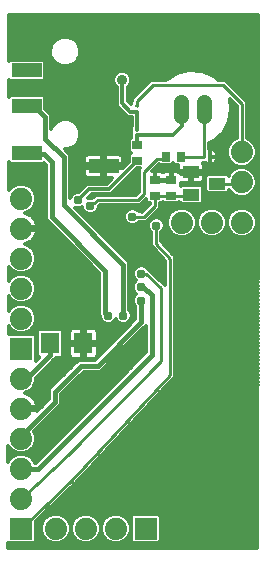
<source format=gbl>
G75*
%MOIN*%
%OFA0B0*%
%FSLAX24Y24*%
%IPPOS*%
%LPD*%
%AMOC8*
5,1,8,0,0,1.08239X$1,22.5*
%
%ADD10R,0.0276X0.0354*%
%ADD11R,0.0354X0.0276*%
%ADD12C,0.0512*%
%ADD13R,0.0169X0.0110*%
%ADD14R,0.0110X0.0169*%
%ADD15R,0.0551X0.0394*%
%ADD16C,0.0740*%
%ADD17R,0.0740X0.0740*%
%ADD18R,0.0630X0.0709*%
%ADD19R,0.0984X0.0472*%
%ADD20C,0.0310*%
%ADD21C,0.0160*%
%ADD22C,0.0060*%
%ADD23C,0.0100*%
%ADD24C,0.0090*%
%ADD25C,0.0120*%
%ADD26C,0.0357*%
D10*
X007796Y015193D03*
X008308Y015193D03*
D11*
X007982Y014399D03*
X007982Y013887D03*
X007432Y013887D03*
X007432Y014399D03*
X006852Y015057D03*
X006852Y015569D03*
D12*
X008308Y016557D02*
X008308Y017029D01*
X009056Y017029D02*
X009056Y016557D01*
D13*
X006832Y016693D03*
X006832Y016894D03*
X006852Y016104D03*
X006852Y015903D03*
D14*
X009082Y015193D03*
X009282Y015193D03*
D15*
X009515Y014293D03*
X008649Y013919D03*
X008649Y014667D03*
D16*
X008332Y012993D03*
X009332Y012993D03*
X010332Y012993D03*
X010332Y014343D03*
X010332Y015343D03*
X002982Y013793D03*
X002982Y012793D03*
X002982Y011793D03*
X002982Y010793D03*
X002982Y009793D03*
X002982Y007793D03*
X002982Y006793D03*
X002982Y005793D03*
X002982Y004793D03*
X002982Y003793D03*
X004132Y002793D03*
X005132Y002793D03*
X006132Y002793D03*
D17*
X007132Y002793D03*
X002982Y002793D03*
X002982Y008793D03*
D18*
X003951Y008963D03*
X005053Y008963D03*
D19*
X005722Y014874D03*
X003163Y015308D03*
X003163Y016882D03*
X003163Y018063D03*
D20*
X004882Y013743D03*
X005282Y013543D03*
X006682Y013193D03*
X007482Y012893D03*
X006982Y011293D03*
X006982Y010843D03*
X006982Y010393D03*
X006382Y009893D03*
X005882Y009893D03*
X008302Y010573D03*
D21*
X007332Y010563D02*
X007042Y010853D01*
X007002Y010853D01*
X006992Y010843D01*
X007332Y010563D02*
X007332Y008583D01*
X003542Y004793D01*
X002972Y004793D01*
X003002Y005773D02*
X003002Y005923D01*
X004102Y007023D01*
X004102Y007353D01*
X004972Y008223D01*
X005522Y008223D01*
X006972Y009673D01*
X006982Y009663D02*
X006982Y010383D01*
X006382Y009893D02*
X006382Y011593D01*
X004412Y013563D01*
X004412Y015173D01*
X003772Y015793D01*
X003772Y016503D01*
X003422Y016853D01*
X003552Y015263D02*
X003732Y015263D01*
X003992Y015003D01*
X003992Y013183D01*
X005782Y011393D01*
X005782Y009983D01*
X005872Y009893D01*
X003942Y008833D02*
X003942Y008573D01*
X003142Y007773D01*
X003032Y007773D01*
D22*
X007782Y013893D02*
X008282Y013893D01*
X008282Y016393D02*
X008308Y016793D01*
X003282Y016893D02*
X003163Y016882D01*
D23*
X005532Y013743D02*
X005282Y013543D01*
X006682Y013193D02*
X006932Y013193D01*
X007432Y013887D02*
X007438Y013893D01*
X007782Y013893D01*
X007982Y013893D01*
X007982Y013887D02*
X007988Y013893D01*
X008282Y013893D01*
X008382Y013893D01*
X008408Y013919D01*
X008649Y013919D01*
X008308Y015193D02*
X009082Y015193D01*
X009082Y015203D02*
X009082Y016493D01*
X009712Y017563D02*
X010332Y016943D01*
X010332Y016243D01*
X010332Y015643D02*
X010332Y015343D01*
X009712Y017563D02*
X007362Y017563D01*
X006832Y017034D01*
X006832Y016894D01*
X007796Y015193D02*
X007706Y015103D01*
X007502Y015103D01*
X007082Y014693D01*
X007482Y012293D02*
X007942Y011783D01*
X007942Y007923D01*
X004632Y004393D01*
X002982Y002793D01*
X002982Y003793D02*
X004582Y005293D01*
X007622Y008373D01*
X007622Y010823D01*
X007132Y011293D01*
X006982Y011293D01*
X006982Y010843D02*
X006992Y010843D01*
D24*
X007482Y012293D02*
X007482Y012893D01*
X007082Y013193D02*
X007432Y013543D01*
X007432Y013887D01*
X007082Y013943D02*
X007082Y014693D01*
X007082Y013943D02*
X006882Y013743D01*
X005532Y013743D01*
X006932Y013193D02*
X007082Y013193D01*
X006832Y016894D02*
X006832Y016894D01*
X009515Y014293D02*
X010282Y014293D01*
X010332Y014343D01*
X010332Y015643D02*
X010332Y016243D01*
D25*
X002543Y002323D02*
X002543Y002153D01*
X010843Y002153D01*
X010882Y019913D01*
X002581Y019909D01*
X002578Y018377D01*
X002621Y018420D01*
X003704Y018420D01*
X003775Y018349D01*
X003775Y017778D01*
X003704Y017707D01*
X002621Y017707D01*
X002577Y017751D01*
X002576Y017193D01*
X002621Y017239D01*
X003704Y017239D01*
X003775Y017168D01*
X003775Y016784D01*
X003972Y016586D01*
X003972Y016099D01*
X004021Y016219D01*
X004161Y016358D01*
X004343Y016434D01*
X004541Y016434D01*
X004723Y016358D01*
X004863Y016219D01*
X004938Y016036D01*
X004938Y015839D01*
X004863Y015656D01*
X004723Y015517D01*
X004541Y015441D01*
X004423Y015441D01*
X004493Y015373D01*
X004495Y015373D01*
X004552Y015316D01*
X004611Y015259D01*
X004611Y015257D01*
X004612Y015256D01*
X004612Y015175D01*
X004613Y015094D01*
X004612Y015092D01*
X004612Y013810D01*
X004649Y013899D01*
X004726Y013976D01*
X004827Y014018D01*
X004902Y014018D01*
X005072Y014188D01*
X005177Y014293D01*
X005833Y014293D01*
X006018Y014478D01*
X005780Y014478D01*
X005780Y014816D01*
X005663Y014816D01*
X005069Y014816D01*
X005069Y014617D01*
X005080Y014577D01*
X005101Y014540D01*
X005131Y014510D01*
X005168Y014489D01*
X005208Y014478D01*
X005663Y014478D01*
X005663Y014816D01*
X005663Y014933D01*
X005069Y014933D01*
X005069Y015132D01*
X005080Y015172D01*
X005101Y015209D01*
X005131Y015239D01*
X005168Y015260D01*
X005208Y015271D01*
X005663Y015271D01*
X005663Y014933D01*
X005780Y014933D01*
X005780Y015271D01*
X006235Y015271D01*
X006275Y015260D01*
X006312Y015239D01*
X006342Y015209D01*
X006363Y015172D01*
X006374Y015132D01*
X006374Y014933D01*
X005780Y014933D01*
X005780Y014816D01*
X006356Y014816D01*
X006555Y015015D01*
X006555Y015245D01*
X006623Y015313D01*
X006555Y015382D01*
X006555Y015757D01*
X006625Y015827D01*
X006647Y015827D01*
X006647Y016209D01*
X006672Y016233D01*
X006672Y016513D01*
X006537Y016513D01*
X006432Y016619D01*
X006162Y016889D01*
X006162Y017501D01*
X006089Y017574D01*
X006044Y017684D01*
X006044Y017803D01*
X006089Y017912D01*
X006173Y017996D01*
X006283Y018042D01*
X006401Y018042D01*
X006511Y017996D01*
X006595Y017912D01*
X006640Y017803D01*
X006640Y017684D01*
X006595Y017574D01*
X006522Y017501D01*
X006522Y017038D01*
X006627Y016933D01*
X006627Y016999D01*
X006662Y017034D01*
X006662Y017104D01*
X007192Y017634D01*
X007192Y017634D01*
X007292Y017733D01*
X007789Y017733D01*
X007801Y017750D01*
X007801Y017750D01*
X007801Y017750D01*
X008160Y017984D01*
X008160Y017984D01*
X008575Y018089D01*
X008575Y018089D01*
X009001Y018054D01*
X009001Y018054D01*
X009393Y017882D01*
X009393Y017882D01*
X009554Y017733D01*
X009782Y017733D01*
X010402Y017113D01*
X010502Y017014D01*
X010502Y016173D01*
X010497Y016168D01*
X010497Y015805D01*
X010610Y015759D01*
X010747Y015621D01*
X010822Y015441D01*
X010822Y015246D01*
X010747Y015066D01*
X010610Y014928D01*
X010430Y014853D01*
X010235Y014853D01*
X010054Y014928D01*
X009917Y015066D01*
X009842Y015246D01*
X009842Y015441D01*
X009917Y015621D01*
X010054Y015759D01*
X010167Y015805D01*
X010167Y016168D01*
X010162Y016173D01*
X010162Y016873D01*
X009930Y017105D01*
X009982Y016793D01*
X009912Y016371D01*
X009912Y016371D01*
X009708Y015995D01*
X009708Y015995D01*
X009393Y015705D01*
X009393Y015705D01*
X009252Y015643D01*
X009252Y015438D01*
X009282Y015438D01*
X009282Y015193D01*
X009282Y015193D01*
X009282Y014949D01*
X009206Y014949D01*
X009166Y014960D01*
X009129Y014981D01*
X009121Y014989D01*
X009026Y014989D01*
X009053Y014962D01*
X009074Y014926D01*
X009085Y014885D01*
X009085Y014706D01*
X008687Y014706D01*
X008687Y014629D01*
X008687Y014310D01*
X008946Y014310D01*
X008986Y014321D01*
X009023Y014342D01*
X009053Y014372D01*
X009074Y014409D01*
X009085Y014449D01*
X009085Y014629D01*
X008687Y014629D01*
X008611Y014629D01*
X008611Y014310D01*
X008352Y014310D01*
X008319Y014319D01*
X008319Y014240D01*
X008316Y014228D01*
X008324Y014236D01*
X008974Y014236D01*
X009045Y014166D01*
X009045Y013673D01*
X008974Y013602D01*
X008324Y013602D01*
X008253Y013673D01*
X008253Y013674D01*
X008209Y013630D01*
X007755Y013630D01*
X007707Y013678D01*
X007659Y013630D01*
X007597Y013630D01*
X007597Y013475D01*
X007500Y013378D01*
X007150Y013028D01*
X007007Y013028D01*
X007002Y013023D01*
X006901Y013023D01*
X006838Y012960D01*
X006737Y012918D01*
X006627Y012918D01*
X006526Y012960D01*
X006449Y013038D01*
X006407Y013139D01*
X005119Y013139D01*
X005237Y013021D02*
X006466Y013021D01*
X006407Y013139D02*
X006407Y013248D01*
X006449Y013349D01*
X006526Y013426D01*
X006627Y013468D01*
X006737Y013468D01*
X006838Y013426D01*
X006901Y013363D01*
X007002Y013363D01*
X007007Y013358D01*
X007014Y013358D01*
X007267Y013612D01*
X007267Y013630D01*
X007205Y013630D01*
X007135Y013700D01*
X007135Y013763D01*
X006950Y013578D01*
X005598Y013578D01*
X005557Y013546D01*
X005557Y013489D01*
X005515Y013388D01*
X005438Y013310D01*
X005337Y013268D01*
X005227Y013268D01*
X005126Y013310D01*
X005049Y013388D01*
X005007Y013489D01*
X005007Y013497D01*
X004937Y013468D01*
X004827Y013468D01*
X004763Y013495D01*
X006582Y011676D01*
X006582Y010082D01*
X006615Y010049D01*
X006657Y009948D01*
X006657Y009839D01*
X006615Y009738D01*
X006538Y009660D01*
X006437Y009618D01*
X006327Y009618D01*
X006226Y009660D01*
X006149Y009738D01*
X006132Y009778D01*
X006115Y009738D01*
X006038Y009660D01*
X005937Y009618D01*
X005827Y009618D01*
X005726Y009660D01*
X005649Y009738D01*
X005607Y009839D01*
X005607Y009875D01*
X005582Y009900D01*
X005582Y011310D01*
X003792Y013100D01*
X003792Y014920D01*
X003733Y014980D01*
X003704Y014951D01*
X002621Y014951D01*
X002571Y015001D01*
X002569Y014073D01*
X002704Y014209D01*
X002885Y014283D01*
X003080Y014283D01*
X003260Y014209D01*
X003397Y014071D01*
X003472Y013891D01*
X003472Y013696D01*
X003397Y013516D01*
X003260Y013378D01*
X003099Y013311D01*
X003106Y013310D01*
X003185Y013284D01*
X003260Y013247D01*
X003327Y013198D01*
X003386Y013139D01*
X003435Y013071D01*
X003473Y012997D01*
X003499Y012917D01*
X003512Y012835D01*
X003512Y012833D01*
X003022Y012833D01*
X003022Y012753D01*
X003512Y012753D01*
X003512Y012752D01*
X003499Y012669D01*
X003473Y012590D01*
X003435Y012516D01*
X003386Y012448D01*
X003327Y012389D01*
X003260Y012340D01*
X003185Y012302D01*
X003106Y012276D01*
X003099Y012275D01*
X003260Y012209D01*
X003397Y012071D01*
X003472Y011891D01*
X003472Y011696D01*
X003397Y011516D01*
X003260Y011378D01*
X003080Y011303D01*
X002885Y011303D01*
X002704Y011378D01*
X002567Y011516D01*
X002563Y011524D01*
X002562Y011060D01*
X002567Y011071D01*
X002704Y011209D01*
X002885Y011283D01*
X003080Y011283D01*
X003260Y011209D01*
X003397Y011071D01*
X003472Y010891D01*
X003472Y010696D01*
X003397Y010516D01*
X003260Y010378D01*
X003080Y010303D01*
X002885Y010303D01*
X002704Y010378D01*
X002567Y010516D01*
X002561Y010530D01*
X002560Y010055D01*
X002567Y010071D01*
X002704Y010209D01*
X002885Y010283D01*
X003080Y010283D01*
X003260Y010209D01*
X003397Y010071D01*
X003472Y009891D01*
X003472Y009696D01*
X003397Y009516D01*
X003260Y009378D01*
X003080Y009303D01*
X002885Y009303D01*
X002704Y009378D01*
X002567Y009516D01*
X002559Y009535D01*
X002558Y009279D01*
X002562Y009283D01*
X003402Y009283D01*
X003472Y009213D01*
X003472Y008386D01*
X003581Y008495D01*
X003516Y008559D01*
X003516Y009367D01*
X003586Y009438D01*
X004316Y009438D01*
X004386Y009367D01*
X004386Y008559D01*
X004316Y008489D01*
X004141Y008489D01*
X003472Y007820D01*
X003472Y007696D01*
X003397Y007516D01*
X003260Y007378D01*
X003099Y007311D01*
X003106Y007310D01*
X003185Y007284D01*
X003260Y007247D01*
X003327Y007198D01*
X003386Y007139D01*
X003435Y007071D01*
X003473Y006997D01*
X003499Y006917D01*
X003512Y006835D01*
X003512Y006833D01*
X003022Y006833D01*
X003022Y006753D01*
X003512Y006753D01*
X003512Y006752D01*
X003505Y006709D01*
X003902Y007106D01*
X003902Y007436D01*
X004772Y008306D01*
X004889Y008423D01*
X005439Y008423D01*
X006782Y009766D01*
X006782Y010204D01*
X006749Y010238D01*
X006707Y010339D01*
X006707Y010448D01*
X006749Y010549D01*
X006818Y010618D01*
X006749Y010688D01*
X006707Y010789D01*
X006707Y010898D01*
X006749Y010999D01*
X006818Y011068D01*
X006749Y011138D01*
X006707Y011239D01*
X006707Y011348D01*
X006749Y011449D01*
X006826Y011526D01*
X006927Y011568D01*
X007037Y011568D01*
X007138Y011526D01*
X007201Y011463D01*
X007202Y011463D01*
X007251Y011415D01*
X007690Y010993D01*
X007692Y010993D01*
X007741Y010945D01*
X007772Y010915D01*
X007772Y011718D01*
X007309Y012232D01*
X007316Y012372D01*
X007317Y012373D01*
X007317Y012669D01*
X007249Y012738D01*
X007207Y012839D01*
X007207Y012948D01*
X007249Y013049D01*
X007326Y013126D01*
X007427Y013168D01*
X007537Y013168D01*
X007638Y013126D01*
X007715Y013049D01*
X007757Y012948D01*
X007757Y012839D01*
X007715Y012738D01*
X007647Y012669D01*
X007647Y012364D01*
X008065Y011900D01*
X008112Y011854D01*
X008112Y011849D01*
X008115Y011845D01*
X008112Y011779D01*
X008112Y007926D01*
X008114Y007858D01*
X008112Y007856D01*
X008112Y007853D01*
X008064Y007805D01*
X004801Y004325D01*
X004801Y004320D01*
X004753Y004274D01*
X004708Y004226D01*
X004703Y004226D01*
X003472Y003032D01*
X003472Y002374D01*
X003402Y002303D01*
X002562Y002303D01*
X002543Y002323D01*
X002543Y002237D02*
X010843Y002237D01*
X010843Y002356D02*
X007604Y002356D01*
X007622Y002374D02*
X007622Y003213D01*
X007552Y003283D01*
X006712Y003283D01*
X006642Y003213D01*
X006642Y002374D01*
X006712Y002303D01*
X007552Y002303D01*
X007622Y002374D01*
X007622Y002474D02*
X010843Y002474D01*
X010844Y002593D02*
X007622Y002593D01*
X007622Y002711D02*
X010844Y002711D01*
X010844Y002830D02*
X007622Y002830D01*
X007622Y002948D02*
X010844Y002948D01*
X010845Y003067D02*
X007622Y003067D01*
X007622Y003185D02*
X010845Y003185D01*
X010845Y003304D02*
X003753Y003304D01*
X003854Y003209D02*
X003717Y003071D01*
X003642Y002891D01*
X003642Y002696D01*
X003717Y002516D01*
X003854Y002378D01*
X004035Y002303D01*
X004230Y002303D01*
X004410Y002378D01*
X004547Y002516D01*
X004622Y002696D01*
X004622Y002891D01*
X004547Y003071D01*
X004410Y003209D01*
X004230Y003283D01*
X004035Y003283D01*
X003854Y003209D01*
X003831Y003185D02*
X003631Y003185D01*
X003715Y003067D02*
X003508Y003067D01*
X003472Y002948D02*
X003666Y002948D01*
X003642Y002830D02*
X003472Y002830D01*
X003472Y002711D02*
X003642Y002711D01*
X003685Y002593D02*
X003472Y002593D01*
X003472Y002474D02*
X003758Y002474D01*
X003908Y002356D02*
X003454Y002356D01*
X003875Y003422D02*
X010845Y003422D01*
X010846Y003541D02*
X003997Y003541D01*
X004119Y003659D02*
X010846Y003659D01*
X010846Y003778D02*
X004242Y003778D01*
X004364Y003896D02*
X010847Y003896D01*
X010847Y004015D02*
X004486Y004015D01*
X004608Y004133D02*
X010847Y004133D01*
X010847Y004252D02*
X004732Y004252D01*
X004844Y004370D02*
X010848Y004370D01*
X010848Y004489D02*
X004955Y004489D01*
X005066Y004607D02*
X010848Y004607D01*
X010848Y004726D02*
X005177Y004726D01*
X005288Y004844D02*
X010849Y004844D01*
X010849Y004963D02*
X005399Y004963D01*
X005510Y005081D02*
X010849Y005081D01*
X010849Y005200D02*
X005621Y005200D01*
X005732Y005318D02*
X010850Y005318D01*
X010850Y005437D02*
X005844Y005437D01*
X005955Y005555D02*
X010850Y005555D01*
X010850Y005674D02*
X006066Y005674D01*
X006177Y005792D02*
X010851Y005792D01*
X010851Y005911D02*
X006288Y005911D01*
X006399Y006029D02*
X010851Y006029D01*
X010851Y006148D02*
X006510Y006148D01*
X006621Y006266D02*
X010852Y006266D01*
X010852Y006385D02*
X006732Y006385D01*
X006844Y006503D02*
X010852Y006503D01*
X010852Y006622D02*
X006955Y006622D01*
X007066Y006740D02*
X010853Y006740D01*
X010853Y006859D02*
X007177Y006859D01*
X007288Y006977D02*
X010853Y006977D01*
X010854Y007096D02*
X007399Y007096D01*
X007510Y007214D02*
X010854Y007214D01*
X010854Y007333D02*
X007621Y007333D01*
X007733Y007451D02*
X010854Y007451D01*
X010855Y007570D02*
X007844Y007570D01*
X007955Y007688D02*
X010855Y007688D01*
X010855Y007807D02*
X008066Y007807D01*
X008112Y007925D02*
X010855Y007925D01*
X010856Y008044D02*
X008112Y008044D01*
X008112Y008162D02*
X010856Y008162D01*
X010856Y008281D02*
X008112Y008281D01*
X008112Y008399D02*
X010856Y008399D01*
X010857Y008518D02*
X008112Y008518D01*
X008112Y008636D02*
X010857Y008636D01*
X010857Y008755D02*
X008112Y008755D01*
X008112Y008873D02*
X010857Y008873D01*
X010858Y008992D02*
X008112Y008992D01*
X008112Y009110D02*
X010858Y009110D01*
X010858Y009229D02*
X008112Y009229D01*
X008112Y009347D02*
X010858Y009347D01*
X010859Y009466D02*
X008112Y009466D01*
X008112Y009584D02*
X010859Y009584D01*
X010859Y009703D02*
X008112Y009703D01*
X008112Y009821D02*
X010859Y009821D01*
X010860Y009940D02*
X008112Y009940D01*
X008112Y010058D02*
X010860Y010058D01*
X010860Y010177D02*
X008112Y010177D01*
X008112Y010295D02*
X010861Y010295D01*
X010861Y010414D02*
X008112Y010414D01*
X008112Y010532D02*
X010861Y010532D01*
X010861Y010651D02*
X008112Y010651D01*
X008112Y010769D02*
X010862Y010769D01*
X010862Y010888D02*
X008112Y010888D01*
X008112Y011006D02*
X010862Y011006D01*
X010862Y011125D02*
X008112Y011125D01*
X008112Y011243D02*
X010863Y011243D01*
X010863Y011362D02*
X008112Y011362D01*
X008112Y011480D02*
X010863Y011480D01*
X010863Y011599D02*
X008112Y011599D01*
X008112Y011717D02*
X010864Y011717D01*
X010864Y011836D02*
X008115Y011836D01*
X008017Y011954D02*
X010864Y011954D01*
X010864Y012073D02*
X007910Y012073D01*
X007803Y012191D02*
X010865Y012191D01*
X010865Y012310D02*
X007696Y012310D01*
X007647Y012428D02*
X010865Y012428D01*
X010865Y012547D02*
X010535Y012547D01*
X010610Y012578D02*
X010430Y012503D01*
X010235Y012503D01*
X010054Y012578D01*
X009917Y012716D01*
X009842Y012896D01*
X009842Y013091D01*
X009917Y013271D01*
X010054Y013409D01*
X010235Y013483D01*
X010430Y013483D01*
X010610Y013409D01*
X010747Y013271D01*
X010822Y013091D01*
X010822Y012896D01*
X010747Y012716D01*
X010610Y012578D01*
X010697Y012665D02*
X010866Y012665D01*
X010866Y012784D02*
X010776Y012784D01*
X010822Y012902D02*
X010866Y012902D01*
X010866Y013021D02*
X010822Y013021D01*
X010802Y013139D02*
X010867Y013139D01*
X010867Y013258D02*
X010753Y013258D01*
X010642Y013376D02*
X010867Y013376D01*
X010868Y013495D02*
X007597Y013495D01*
X007597Y013613D02*
X008313Y013613D01*
X008235Y013483D02*
X008054Y013409D01*
X007917Y013271D01*
X007842Y013091D01*
X007842Y012896D01*
X007917Y012716D01*
X008054Y012578D01*
X008235Y012503D01*
X008430Y012503D01*
X008610Y012578D01*
X008747Y012716D01*
X008822Y012896D01*
X008822Y013091D01*
X008747Y013271D01*
X008610Y013409D01*
X008430Y013483D01*
X008235Y013483D01*
X008022Y013376D02*
X007498Y013376D01*
X007380Y013258D02*
X007911Y013258D01*
X007862Y013139D02*
X007607Y013139D01*
X007727Y013021D02*
X007842Y013021D01*
X007842Y012902D02*
X007757Y012902D01*
X007734Y012784D02*
X007888Y012784D01*
X007967Y012665D02*
X007647Y012665D01*
X007647Y012547D02*
X008129Y012547D01*
X008535Y012547D02*
X009129Y012547D01*
X009054Y012578D02*
X009235Y012503D01*
X009430Y012503D01*
X009610Y012578D01*
X009747Y012716D01*
X009822Y012896D01*
X009822Y013091D01*
X009747Y013271D01*
X009610Y013409D01*
X009430Y013483D01*
X009235Y013483D01*
X009054Y013409D01*
X008917Y013271D01*
X008842Y013091D01*
X008842Y012896D01*
X008917Y012716D01*
X009054Y012578D01*
X008967Y012665D02*
X008697Y012665D01*
X008776Y012784D02*
X008888Y012784D01*
X008842Y012902D02*
X008822Y012902D01*
X008822Y013021D02*
X008842Y013021D01*
X008862Y013139D02*
X008802Y013139D01*
X008753Y013258D02*
X008911Y013258D01*
X009022Y013376D02*
X008642Y013376D01*
X008985Y013613D02*
X010868Y013613D01*
X010868Y013732D02*
X009045Y013732D01*
X009045Y013850D02*
X010868Y013850D01*
X010869Y013969D02*
X010651Y013969D01*
X010610Y013928D02*
X010747Y014066D01*
X010822Y014246D01*
X010822Y014441D01*
X010747Y014621D01*
X010610Y014759D01*
X010430Y014833D01*
X010235Y014833D01*
X010054Y014759D01*
X009917Y014621D01*
X009891Y014559D01*
X009840Y014610D01*
X009190Y014610D01*
X009120Y014540D01*
X009120Y014047D01*
X009190Y013976D01*
X009840Y013976D01*
X009911Y014047D01*
X009911Y014080D01*
X009917Y014066D01*
X010054Y013928D01*
X010235Y013853D01*
X010430Y013853D01*
X010610Y013928D01*
X010756Y014087D02*
X010869Y014087D01*
X010869Y014206D02*
X010805Y014206D01*
X010822Y014324D02*
X010869Y014324D01*
X010870Y014443D02*
X010821Y014443D01*
X010772Y014561D02*
X010870Y014561D01*
X010870Y014680D02*
X010688Y014680D01*
X010514Y014798D02*
X010870Y014798D01*
X010871Y014917D02*
X010583Y014917D01*
X010717Y015035D02*
X010871Y015035D01*
X010871Y015154D02*
X010784Y015154D01*
X010822Y015272D02*
X010871Y015272D01*
X010872Y015391D02*
X010822Y015391D01*
X010794Y015509D02*
X010872Y015509D01*
X010872Y015628D02*
X010740Y015628D01*
X010622Y015746D02*
X010872Y015746D01*
X010873Y015865D02*
X010497Y015865D01*
X010497Y015983D02*
X010873Y015983D01*
X010873Y016102D02*
X010497Y016102D01*
X010502Y016220D02*
X010873Y016220D01*
X010874Y016339D02*
X010502Y016339D01*
X010502Y016457D02*
X010874Y016457D01*
X010874Y016576D02*
X010502Y016576D01*
X010502Y016694D02*
X010875Y016694D01*
X010875Y016813D02*
X010502Y016813D01*
X010502Y016931D02*
X010875Y016931D01*
X010875Y017050D02*
X010466Y017050D01*
X010347Y017168D02*
X010876Y017168D01*
X010876Y017287D02*
X010229Y017287D01*
X010110Y017405D02*
X010876Y017405D01*
X010876Y017524D02*
X009992Y017524D01*
X009873Y017642D02*
X010877Y017642D01*
X010877Y017761D02*
X009525Y017761D01*
X009396Y017879D02*
X010877Y017879D01*
X010877Y017998D02*
X009129Y017998D01*
X009939Y017050D02*
X009985Y017050D01*
X009959Y016931D02*
X010104Y016931D01*
X010162Y016813D02*
X009979Y016813D01*
X009966Y016694D02*
X010162Y016694D01*
X010162Y016576D02*
X009946Y016576D01*
X009926Y016457D02*
X010162Y016457D01*
X010162Y016339D02*
X009894Y016339D01*
X009830Y016220D02*
X010162Y016220D01*
X010167Y016102D02*
X009766Y016102D01*
X009696Y015983D02*
X010167Y015983D01*
X010167Y015865D02*
X009567Y015865D01*
X009438Y015746D02*
X010042Y015746D01*
X009924Y015628D02*
X009252Y015628D01*
X009252Y015509D02*
X009870Y015509D01*
X009842Y015391D02*
X009451Y015391D01*
X009466Y015376D02*
X009436Y015406D01*
X009399Y015427D01*
X009359Y015438D01*
X009282Y015438D01*
X009282Y015193D01*
X009282Y014949D01*
X009359Y014949D01*
X009399Y014960D01*
X009436Y014981D01*
X009466Y015010D01*
X009487Y015047D01*
X009498Y015088D01*
X009498Y015193D01*
X009282Y015193D01*
X009282Y015193D01*
X009282Y015193D01*
X009498Y015193D01*
X009498Y015299D01*
X009487Y015340D01*
X009466Y015376D01*
X009498Y015272D02*
X009842Y015272D01*
X009880Y015154D02*
X009498Y015154D01*
X009480Y015035D02*
X009947Y015035D01*
X010081Y014917D02*
X009076Y014917D01*
X009085Y014798D02*
X010150Y014798D01*
X009976Y014680D02*
X008687Y014680D01*
X008611Y014680D02*
X008232Y014680D01*
X008221Y014686D02*
X008257Y014665D01*
X008287Y014635D01*
X008291Y014629D01*
X008611Y014629D01*
X008611Y014706D01*
X008213Y014706D01*
X008213Y014885D01*
X008216Y014896D01*
X008120Y014896D01*
X008052Y014965D01*
X007984Y014896D01*
X007609Y014896D01*
X007571Y014933D01*
X007571Y014933D01*
X007329Y014697D01*
X007423Y014697D01*
X007423Y014408D01*
X007441Y014408D01*
X007769Y014408D01*
X007973Y014408D01*
X007973Y014390D01*
X007441Y014390D01*
X007441Y014408D01*
X007441Y014697D01*
X007630Y014697D01*
X007671Y014686D01*
X007707Y014665D01*
X007743Y014686D01*
X007784Y014697D01*
X007973Y014697D01*
X007973Y014408D01*
X007991Y014408D01*
X007991Y014697D01*
X008180Y014697D01*
X008221Y014686D01*
X008213Y014798D02*
X007433Y014798D01*
X007423Y014680D02*
X007441Y014680D01*
X007441Y014561D02*
X007423Y014561D01*
X007423Y014443D02*
X007441Y014443D01*
X007682Y014680D02*
X007732Y014680D01*
X007973Y014680D02*
X007991Y014680D01*
X007991Y014561D02*
X007973Y014561D01*
X007973Y014443D02*
X007991Y014443D01*
X008004Y014917D02*
X008100Y014917D01*
X007588Y014917D02*
X007554Y014917D01*
X008022Y015903D02*
X008322Y016203D01*
X008322Y016353D01*
X008282Y016393D01*
X008022Y015903D02*
X006852Y015903D01*
X006852Y015569D01*
X006647Y015865D02*
X004938Y015865D01*
X004938Y015983D02*
X006647Y015983D01*
X006647Y016102D02*
X004911Y016102D01*
X004861Y016220D02*
X006659Y016220D01*
X006672Y016339D02*
X004742Y016339D01*
X004900Y015746D02*
X006555Y015746D01*
X006555Y015628D02*
X004834Y015628D01*
X004705Y015509D02*
X006555Y015509D01*
X006555Y015391D02*
X004475Y015391D01*
X004597Y015272D02*
X006582Y015272D01*
X006555Y015154D02*
X006368Y015154D01*
X006374Y015035D02*
X006555Y015035D01*
X006457Y014917D02*
X005780Y014917D01*
X005663Y014917D02*
X004612Y014917D01*
X004612Y015035D02*
X005069Y015035D01*
X005075Y015154D02*
X004612Y015154D01*
X004612Y014798D02*
X005069Y014798D01*
X005069Y014680D02*
X004612Y014680D01*
X004612Y014561D02*
X005089Y014561D01*
X005090Y014206D02*
X004612Y014206D01*
X004612Y014324D02*
X005864Y014324D01*
X005983Y014443D02*
X004612Y014443D01*
X004612Y014087D02*
X004972Y014087D01*
X005252Y014113D02*
X004882Y013743D01*
X005001Y013495D02*
X005007Y013495D01*
X005060Y013376D02*
X004882Y013376D01*
X005000Y013258D02*
X006411Y013258D01*
X006476Y013376D02*
X005504Y013376D01*
X005557Y013495D02*
X007150Y013495D01*
X007267Y013613D02*
X006985Y013613D01*
X007104Y013732D02*
X007135Y013732D01*
X006874Y013969D02*
X006018Y013969D01*
X005983Y013933D02*
X006849Y014800D01*
X006948Y014800D01*
X006913Y014766D01*
X006911Y014625D01*
X006917Y014619D01*
X006917Y014012D01*
X006814Y013908D01*
X005586Y013908D01*
X005481Y013920D01*
X005466Y013908D01*
X005464Y013908D01*
X005454Y013898D01*
X005348Y013814D01*
X005337Y013818D01*
X005227Y013818D01*
X005200Y013807D01*
X005327Y013933D01*
X005983Y013933D01*
X005908Y014113D02*
X006852Y015057D01*
X006848Y014798D02*
X006946Y014798D01*
X006912Y014680D02*
X006729Y014680D01*
X006611Y014561D02*
X006917Y014561D01*
X006917Y014443D02*
X006492Y014443D01*
X006374Y014324D02*
X006917Y014324D01*
X006917Y014206D02*
X006255Y014206D01*
X006137Y014087D02*
X006917Y014087D01*
X006888Y013376D02*
X007032Y013376D01*
X007261Y013139D02*
X007357Y013139D01*
X007237Y013021D02*
X006898Y013021D01*
X007207Y012902D02*
X005356Y012902D01*
X005474Y012784D02*
X007230Y012784D01*
X007317Y012665D02*
X005593Y012665D01*
X005711Y012547D02*
X007317Y012547D01*
X007317Y012428D02*
X005830Y012428D01*
X005948Y012310D02*
X007313Y012310D01*
X007345Y012191D02*
X006067Y012191D01*
X006185Y012073D02*
X007452Y012073D01*
X007559Y011954D02*
X006304Y011954D01*
X006422Y011836D02*
X007666Y011836D01*
X007772Y011717D02*
X006541Y011717D01*
X006582Y011599D02*
X007772Y011599D01*
X007772Y011480D02*
X007184Y011480D01*
X007306Y011362D02*
X007772Y011362D01*
X007772Y011243D02*
X007430Y011243D01*
X007553Y011125D02*
X007772Y011125D01*
X007772Y011006D02*
X007677Y011006D01*
X007132Y009530D02*
X007132Y008666D01*
X003459Y004993D01*
X003430Y004993D01*
X003397Y005071D01*
X003260Y005209D01*
X003080Y005283D01*
X002885Y005283D01*
X002704Y005209D01*
X002567Y005071D01*
X002549Y005028D01*
X002550Y005556D01*
X002567Y005516D01*
X002704Y005378D01*
X002885Y005303D01*
X003080Y005303D01*
X003260Y005378D01*
X003397Y005516D01*
X003472Y005696D01*
X003472Y005891D01*
X003408Y006046D01*
X004185Y006823D01*
X004302Y006940D01*
X004302Y007270D01*
X005055Y008023D01*
X005605Y008023D01*
X007045Y009463D01*
X007065Y009463D01*
X007132Y009530D01*
X007132Y009466D02*
X007067Y009466D01*
X007132Y009347D02*
X006929Y009347D01*
X006810Y009229D02*
X007132Y009229D01*
X007132Y009110D02*
X006692Y009110D01*
X006573Y008992D02*
X007132Y008992D01*
X007132Y008873D02*
X006455Y008873D01*
X006336Y008755D02*
X007132Y008755D01*
X007102Y008636D02*
X006218Y008636D01*
X006099Y008518D02*
X006984Y008518D01*
X006865Y008399D02*
X005981Y008399D01*
X005862Y008281D02*
X006747Y008281D01*
X006628Y008162D02*
X005744Y008162D01*
X005625Y008044D02*
X006510Y008044D01*
X006391Y007925D02*
X004957Y007925D01*
X004838Y007807D02*
X006273Y007807D01*
X006154Y007688D02*
X004720Y007688D01*
X004601Y007570D02*
X006036Y007570D01*
X005917Y007451D02*
X004483Y007451D01*
X004364Y007333D02*
X005799Y007333D01*
X005680Y007214D02*
X004302Y007214D01*
X004302Y007096D02*
X005562Y007096D01*
X005443Y006977D02*
X004302Y006977D01*
X004220Y006859D02*
X005325Y006859D01*
X005206Y006740D02*
X004102Y006740D01*
X003983Y006622D02*
X005088Y006622D01*
X004969Y006503D02*
X003865Y006503D01*
X003746Y006385D02*
X004851Y006385D01*
X004732Y006266D02*
X003628Y006266D01*
X003509Y006148D02*
X004614Y006148D01*
X004495Y006029D02*
X003415Y006029D01*
X003464Y005911D02*
X004377Y005911D01*
X004258Y005792D02*
X003472Y005792D01*
X003463Y005674D02*
X004140Y005674D01*
X004021Y005555D02*
X003414Y005555D01*
X003319Y005437D02*
X003903Y005437D01*
X003784Y005318D02*
X003116Y005318D01*
X003269Y005200D02*
X003666Y005200D01*
X003547Y005081D02*
X003387Y005081D01*
X002848Y005318D02*
X002550Y005318D01*
X002549Y005200D02*
X002696Y005200D01*
X002577Y005081D02*
X002549Y005081D01*
X002550Y005437D02*
X002646Y005437D01*
X002550Y005555D02*
X002550Y005555D01*
X003510Y006740D02*
X003536Y006740D01*
X003508Y006859D02*
X003655Y006859D01*
X003773Y006977D02*
X003480Y006977D01*
X003417Y007096D02*
X003892Y007096D01*
X003902Y007214D02*
X003304Y007214D01*
X003333Y007451D02*
X003917Y007451D01*
X003902Y007333D02*
X003151Y007333D01*
X003420Y007570D02*
X004036Y007570D01*
X004154Y007688D02*
X003469Y007688D01*
X003472Y007807D02*
X004273Y007807D01*
X004391Y007925D02*
X003577Y007925D01*
X003695Y008044D02*
X004510Y008044D01*
X004628Y008162D02*
X003814Y008162D01*
X003932Y008281D02*
X004747Y008281D01*
X004865Y008399D02*
X004051Y008399D01*
X004344Y008518D02*
X004606Y008518D01*
X004610Y008511D02*
X004640Y008481D01*
X004677Y008460D01*
X004717Y008449D01*
X004993Y008449D01*
X004993Y008903D01*
X005113Y008903D01*
X005113Y008449D01*
X005389Y008449D01*
X005430Y008460D01*
X005466Y008481D01*
X005496Y008511D01*
X005517Y008547D01*
X005528Y008588D01*
X005528Y008903D01*
X005113Y008903D01*
X005113Y009023D01*
X005528Y009023D01*
X005528Y009339D01*
X005517Y009379D01*
X005496Y009416D01*
X005466Y009446D01*
X005430Y009467D01*
X005389Y009478D01*
X005113Y009478D01*
X005113Y009023D01*
X004993Y009023D01*
X004993Y008903D01*
X004578Y008903D01*
X004578Y008588D01*
X004589Y008547D01*
X004610Y008511D01*
X004578Y008636D02*
X004386Y008636D01*
X004386Y008755D02*
X004578Y008755D01*
X004578Y008873D02*
X004386Y008873D01*
X004386Y008992D02*
X004993Y008992D01*
X004993Y009023D02*
X004578Y009023D01*
X004578Y009339D01*
X004589Y009379D01*
X004610Y009416D01*
X004640Y009446D01*
X004677Y009467D01*
X004717Y009478D01*
X004993Y009478D01*
X004993Y009023D01*
X004993Y009110D02*
X005113Y009110D01*
X005113Y008992D02*
X006008Y008992D01*
X006126Y009110D02*
X005528Y009110D01*
X005528Y009229D02*
X006245Y009229D01*
X006363Y009347D02*
X005526Y009347D01*
X005432Y009466D02*
X006482Y009466D01*
X006600Y009584D02*
X003426Y009584D01*
X003472Y009703D02*
X005684Y009703D01*
X005614Y009821D02*
X003472Y009821D01*
X003452Y009940D02*
X005582Y009940D01*
X005582Y010058D02*
X003403Y010058D01*
X003291Y010177D02*
X005582Y010177D01*
X005582Y010295D02*
X002560Y010295D01*
X002560Y010177D02*
X002673Y010177D01*
X002561Y010058D02*
X002560Y010058D01*
X002561Y010414D02*
X002669Y010414D01*
X002621Y011125D02*
X002562Y011125D01*
X002563Y011243D02*
X002788Y011243D01*
X002743Y011362D02*
X002563Y011362D01*
X002563Y011480D02*
X002602Y011480D01*
X003176Y011243D02*
X005582Y011243D01*
X005582Y011125D02*
X003343Y011125D01*
X003424Y011006D02*
X005582Y011006D01*
X005582Y010888D02*
X003472Y010888D01*
X003472Y010769D02*
X005582Y010769D01*
X005582Y010651D02*
X003453Y010651D01*
X003404Y010532D02*
X005582Y010532D01*
X005582Y010414D02*
X003296Y010414D01*
X003348Y009466D02*
X004675Y009466D01*
X004581Y009347D02*
X004386Y009347D01*
X004386Y009229D02*
X004578Y009229D01*
X004578Y009110D02*
X004386Y009110D01*
X004993Y009229D02*
X005113Y009229D01*
X005113Y009347D02*
X004993Y009347D01*
X004993Y009466D02*
X005113Y009466D01*
X005113Y008873D02*
X004993Y008873D01*
X004993Y008755D02*
X005113Y008755D01*
X005113Y008636D02*
X004993Y008636D01*
X004993Y008518D02*
X005113Y008518D01*
X005500Y008518D02*
X005534Y008518D01*
X005528Y008636D02*
X005652Y008636D01*
X005771Y008755D02*
X005528Y008755D01*
X005528Y008873D02*
X005889Y008873D01*
X006080Y009703D02*
X006184Y009703D01*
X006580Y009703D02*
X006719Y009703D01*
X006782Y009821D02*
X006650Y009821D01*
X006657Y009940D02*
X006782Y009940D01*
X006782Y010058D02*
X006606Y010058D01*
X006582Y010177D02*
X006782Y010177D01*
X006725Y010295D02*
X006582Y010295D01*
X006582Y010414D02*
X006707Y010414D01*
X006742Y010532D02*
X006582Y010532D01*
X006582Y010651D02*
X006786Y010651D01*
X006715Y010769D02*
X006582Y010769D01*
X006582Y010888D02*
X006707Y010888D01*
X006756Y011006D02*
X006582Y011006D01*
X006582Y011125D02*
X006762Y011125D01*
X006707Y011243D02*
X006582Y011243D01*
X006582Y011362D02*
X006713Y011362D01*
X006780Y011480D02*
X006582Y011480D01*
X005531Y011362D02*
X003221Y011362D01*
X003362Y011480D02*
X005412Y011480D01*
X005294Y011599D02*
X003432Y011599D01*
X003472Y011717D02*
X005175Y011717D01*
X005057Y011836D02*
X003472Y011836D01*
X003446Y011954D02*
X004938Y011954D01*
X004820Y012073D02*
X003395Y012073D01*
X003277Y012191D02*
X004701Y012191D01*
X004583Y012310D02*
X003201Y012310D01*
X003367Y012428D02*
X004464Y012428D01*
X004346Y012547D02*
X003451Y012547D01*
X003498Y012665D02*
X004227Y012665D01*
X004109Y012784D02*
X003022Y012784D01*
X003238Y013258D02*
X003792Y013258D01*
X003792Y013376D02*
X003256Y013376D01*
X003377Y013495D02*
X003792Y013495D01*
X003792Y013613D02*
X003438Y013613D01*
X003472Y013732D02*
X003792Y013732D01*
X003792Y013850D02*
X003472Y013850D01*
X003440Y013969D02*
X003792Y013969D01*
X003792Y014087D02*
X003381Y014087D01*
X003262Y014206D02*
X003792Y014206D01*
X003792Y014324D02*
X002569Y014324D01*
X002569Y014206D02*
X002702Y014206D01*
X002583Y014087D02*
X002569Y014087D01*
X002570Y014443D02*
X003792Y014443D01*
X003792Y014561D02*
X002570Y014561D01*
X002570Y014680D02*
X003792Y014680D01*
X003792Y014798D02*
X002570Y014798D01*
X002571Y014917D02*
X003792Y014917D01*
X003972Y016102D02*
X003973Y016102D01*
X003972Y016220D02*
X004023Y016220D01*
X003972Y016339D02*
X004142Y016339D01*
X003972Y016457D02*
X006672Y016457D01*
X006475Y016576D02*
X003972Y016576D01*
X003864Y016694D02*
X006356Y016694D01*
X006238Y016813D02*
X003775Y016813D01*
X003775Y016931D02*
X006162Y016931D01*
X006162Y017050D02*
X003775Y017050D01*
X003775Y017168D02*
X006162Y017168D01*
X006162Y017287D02*
X002576Y017287D01*
X002576Y017405D02*
X006162Y017405D01*
X006139Y017524D02*
X002576Y017524D01*
X002577Y017642D02*
X006061Y017642D01*
X006044Y017761D02*
X003758Y017761D01*
X003775Y017879D02*
X006075Y017879D01*
X006177Y017998D02*
X003775Y017998D01*
X003775Y018116D02*
X010878Y018116D01*
X010878Y018235D02*
X004632Y018235D01*
X004541Y018197D02*
X004723Y018273D01*
X004863Y018412D01*
X004938Y018595D01*
X004938Y018792D01*
X004863Y018974D01*
X004723Y019114D01*
X004541Y019190D01*
X004343Y019190D01*
X004161Y019114D01*
X004021Y018974D01*
X003946Y018792D01*
X003946Y018595D01*
X004021Y018412D01*
X004161Y018273D01*
X004343Y018197D01*
X004541Y018197D01*
X004252Y018235D02*
X003775Y018235D01*
X003771Y018353D02*
X004080Y018353D01*
X003997Y018472D02*
X002578Y018472D01*
X002579Y018590D02*
X003948Y018590D01*
X003946Y018709D02*
X002579Y018709D01*
X002579Y018827D02*
X003960Y018827D01*
X004010Y018946D02*
X002579Y018946D01*
X002580Y019064D02*
X004111Y019064D01*
X004327Y019183D02*
X002580Y019183D01*
X002580Y019301D02*
X010880Y019301D01*
X010880Y019183D02*
X004557Y019183D01*
X004773Y019064D02*
X010880Y019064D01*
X010879Y018946D02*
X004875Y018946D01*
X004924Y018827D02*
X010879Y018827D01*
X010879Y018709D02*
X004938Y018709D01*
X004936Y018590D02*
X010879Y018590D01*
X010878Y018472D02*
X004887Y018472D01*
X004804Y018353D02*
X010878Y018353D01*
X010880Y019420D02*
X002580Y019420D01*
X002581Y019538D02*
X010881Y019538D01*
X010881Y019657D02*
X002581Y019657D01*
X002581Y019775D02*
X010881Y019775D01*
X010882Y019894D02*
X002581Y019894D01*
X005663Y015154D02*
X005780Y015154D01*
X005780Y015035D02*
X005663Y015035D01*
X005663Y014798D02*
X005780Y014798D01*
X005780Y014680D02*
X005663Y014680D01*
X005663Y014561D02*
X005780Y014561D01*
X005908Y014113D02*
X005252Y014113D01*
X005244Y013850D02*
X005394Y013850D01*
X004719Y013969D02*
X004612Y013969D01*
X004612Y013850D02*
X004629Y013850D01*
X003990Y012902D02*
X003501Y012902D01*
X003461Y013021D02*
X003872Y013021D01*
X003792Y013139D02*
X003386Y013139D01*
X002617Y009466D02*
X002559Y009466D01*
X002558Y009347D02*
X002778Y009347D01*
X003186Y009347D02*
X003516Y009347D01*
X003516Y009229D02*
X003456Y009229D01*
X003472Y009110D02*
X003516Y009110D01*
X003516Y008992D02*
X003472Y008992D01*
X003472Y008873D02*
X003516Y008873D01*
X003516Y008755D02*
X003472Y008755D01*
X003472Y008636D02*
X003516Y008636D01*
X003557Y008518D02*
X003472Y008518D01*
X003472Y008399D02*
X003485Y008399D01*
X005035Y003283D02*
X004854Y003209D01*
X004717Y003071D01*
X004642Y002891D01*
X004642Y002696D01*
X004717Y002516D01*
X004854Y002378D01*
X005035Y002303D01*
X005230Y002303D01*
X005410Y002378D01*
X005547Y002516D01*
X005622Y002696D01*
X005622Y002891D01*
X005547Y003071D01*
X005410Y003209D01*
X005230Y003283D01*
X005035Y003283D01*
X004831Y003185D02*
X004433Y003185D01*
X004549Y003067D02*
X004715Y003067D01*
X004666Y002948D02*
X004598Y002948D01*
X004622Y002830D02*
X004642Y002830D01*
X004642Y002711D02*
X004622Y002711D01*
X004579Y002593D02*
X004685Y002593D01*
X004758Y002474D02*
X004506Y002474D01*
X004356Y002356D02*
X004908Y002356D01*
X005356Y002356D02*
X005908Y002356D01*
X005854Y002378D02*
X006035Y002303D01*
X006230Y002303D01*
X006410Y002378D01*
X006547Y002516D01*
X006622Y002696D01*
X006622Y002891D01*
X006547Y003071D01*
X006410Y003209D01*
X006230Y003283D01*
X006035Y003283D01*
X005854Y003209D01*
X005717Y003071D01*
X005642Y002891D01*
X005642Y002696D01*
X005717Y002516D01*
X005854Y002378D01*
X005758Y002474D02*
X005506Y002474D01*
X005579Y002593D02*
X005685Y002593D01*
X005642Y002711D02*
X005622Y002711D01*
X005622Y002830D02*
X005642Y002830D01*
X005666Y002948D02*
X005598Y002948D01*
X005549Y003067D02*
X005715Y003067D01*
X005831Y003185D02*
X005433Y003185D01*
X006433Y003185D02*
X006642Y003185D01*
X006642Y003067D02*
X006549Y003067D01*
X006598Y002948D02*
X006642Y002948D01*
X006642Y002830D02*
X006622Y002830D01*
X006622Y002711D02*
X006642Y002711D01*
X006642Y002593D02*
X006579Y002593D01*
X006642Y002474D02*
X006506Y002474D01*
X006356Y002356D02*
X006660Y002356D01*
X009535Y012547D02*
X010129Y012547D01*
X009967Y012665D02*
X009697Y012665D01*
X009776Y012784D02*
X009888Y012784D01*
X009842Y012902D02*
X009822Y012902D01*
X009822Y013021D02*
X009842Y013021D01*
X009862Y013139D02*
X009802Y013139D01*
X009753Y013258D02*
X009911Y013258D01*
X010022Y013376D02*
X009642Y013376D01*
X010014Y013969D02*
X009045Y013969D01*
X009045Y014087D02*
X009120Y014087D01*
X009120Y014206D02*
X009005Y014206D01*
X008991Y014324D02*
X009120Y014324D01*
X009120Y014443D02*
X009083Y014443D01*
X009085Y014561D02*
X009141Y014561D01*
X009282Y015035D02*
X009282Y015035D01*
X009282Y015154D02*
X009282Y015154D01*
X009282Y015272D02*
X009282Y015272D01*
X009282Y015391D02*
X009282Y015391D01*
X009889Y014561D02*
X009892Y014561D01*
X008687Y014561D02*
X008611Y014561D01*
X008611Y014443D02*
X008687Y014443D01*
X008687Y014324D02*
X008611Y014324D01*
X006852Y016093D02*
X006852Y016693D01*
X006832Y016693D02*
X006832Y016693D01*
X006612Y016693D01*
X006342Y016963D01*
X006342Y017743D01*
X006545Y017524D02*
X007082Y017524D01*
X006964Y017405D02*
X006522Y017405D01*
X006522Y017287D02*
X006845Y017287D01*
X006727Y017168D02*
X006522Y017168D01*
X006522Y017050D02*
X006662Y017050D01*
X006623Y017642D02*
X007201Y017642D01*
X006640Y017761D02*
X007818Y017761D01*
X008000Y017879D02*
X006609Y017879D01*
X006507Y017998D02*
X008215Y017998D01*
D26*
X006342Y017743D03*
X005062Y015483D03*
X006422Y014123D03*
X005022Y010313D03*
X006082Y008043D03*
X004602Y007213D03*
X003952Y006283D03*
X003752Y012753D03*
X008392Y008813D03*
X009422Y012233D03*
X009632Y014843D03*
X010712Y018813D03*
M02*

</source>
